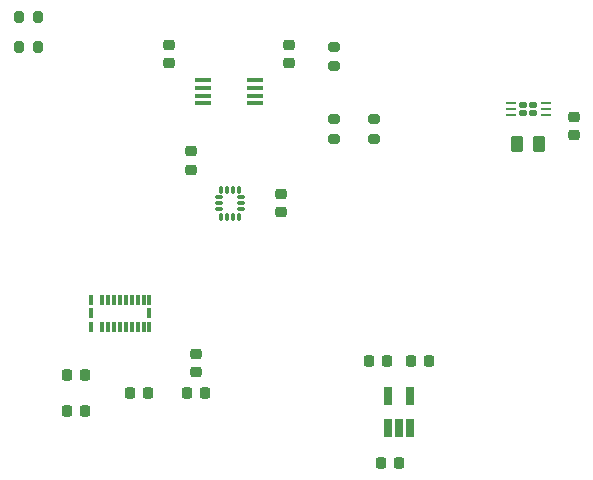
<source format=gbr>
%TF.GenerationSoftware,KiCad,Pcbnew,(7.0.0)*%
%TF.CreationDate,2023-09-21T22:50:16-04:00*%
%TF.ProjectId,Arduino_Shield_Sensors_Template,41726475-696e-46f5-9f53-6869656c645f,rev?*%
%TF.SameCoordinates,Original*%
%TF.FileFunction,Paste,Top*%
%TF.FilePolarity,Positive*%
%FSLAX46Y46*%
G04 Gerber Fmt 4.6, Leading zero omitted, Abs format (unit mm)*
G04 Created by KiCad (PCBNEW (7.0.0)) date 2023-09-21 22:50:16*
%MOMM*%
%LPD*%
G01*
G04 APERTURE LIST*
G04 Aperture macros list*
%AMRoundRect*
0 Rectangle with rounded corners*
0 $1 Rounding radius*
0 $2 $3 $4 $5 $6 $7 $8 $9 X,Y pos of 4 corners*
0 Add a 4 corners polygon primitive as box body*
4,1,4,$2,$3,$4,$5,$6,$7,$8,$9,$2,$3,0*
0 Add four circle primitives for the rounded corners*
1,1,$1+$1,$2,$3*
1,1,$1+$1,$4,$5*
1,1,$1+$1,$6,$7*
1,1,$1+$1,$8,$9*
0 Add four rect primitives between the rounded corners*
20,1,$1+$1,$2,$3,$4,$5,0*
20,1,$1+$1,$4,$5,$6,$7,0*
20,1,$1+$1,$6,$7,$8,$9,0*
20,1,$1+$1,$8,$9,$2,$3,0*%
G04 Aperture macros list end*
%ADD10R,1.450000X0.450000*%
%ADD11RoundRect,0.225000X0.250000X-0.225000X0.250000X0.225000X-0.250000X0.225000X-0.250000X-0.225000X0*%
%ADD12R,0.650000X1.560000*%
%ADD13RoundRect,0.200000X-0.275000X0.200000X-0.275000X-0.200000X0.275000X-0.200000X0.275000X0.200000X0*%
%ADD14RoundRect,0.225000X-0.225000X-0.250000X0.225000X-0.250000X0.225000X0.250000X-0.225000X0.250000X0*%
%ADD15RoundRect,0.200000X-0.200000X-0.275000X0.200000X-0.275000X0.200000X0.275000X-0.200000X0.275000X0*%
%ADD16RoundRect,0.250000X0.262500X0.450000X-0.262500X0.450000X-0.262500X-0.450000X0.262500X-0.450000X0*%
%ADD17RoundRect,0.225000X0.225000X0.250000X-0.225000X0.250000X-0.225000X-0.250000X0.225000X-0.250000X0*%
%ADD18R,0.300000X0.900000*%
%ADD19R,0.300000X0.850000*%
%ADD20RoundRect,0.200000X0.275000X-0.200000X0.275000X0.200000X-0.275000X0.200000X-0.275000X-0.200000X0*%
%ADD21RoundRect,0.225000X-0.250000X0.225000X-0.250000X-0.225000X0.250000X-0.225000X0.250000X0.225000X0*%
%ADD22RoundRect,0.087500X0.087500X-0.225000X0.087500X0.225000X-0.087500X0.225000X-0.087500X-0.225000X0*%
%ADD23RoundRect,0.087500X0.225000X-0.087500X0.225000X0.087500X-0.225000X0.087500X-0.225000X-0.087500X0*%
%ADD24RoundRect,0.087500X-0.225000X0.087500X-0.225000X-0.087500X0.225000X-0.087500X0.225000X0.087500X0*%
%ADD25RoundRect,0.062500X0.350000X0.062500X-0.350000X0.062500X-0.350000X-0.062500X0.350000X-0.062500X0*%
%ADD26RoundRect,0.135000X0.200000X0.135000X-0.200000X0.135000X-0.200000X-0.135000X0.200000X-0.135000X0*%
G04 APERTURE END LIST*
D10*
%TO.C,U4*%
X128279999Y-59019999D03*
X128279999Y-59669999D03*
X128279999Y-60319999D03*
X128279999Y-60969999D03*
X132679999Y-60969999D03*
X132679999Y-60319999D03*
X132679999Y-59669999D03*
X132679999Y-59019999D03*
%TD*%
D11*
%TO.C,C11*%
X134925000Y-70168000D03*
X134925000Y-68618000D03*
%TD*%
%TO.C,C12*%
X135560000Y-57595000D03*
X135560000Y-56045000D03*
%TD*%
D12*
%TO.C,U2*%
X143946999Y-88456999D03*
X144896999Y-88456999D03*
X145846999Y-88456999D03*
X145846999Y-85756999D03*
X143946999Y-85756999D03*
%TD*%
D13*
%TO.C,R3*%
X139370000Y-56185000D03*
X139370000Y-57835000D03*
%TD*%
D11*
%TO.C,C4*%
X127686000Y-83757000D03*
X127686000Y-82207000D03*
%TD*%
D14*
%TO.C,C6*%
X143360000Y-91425000D03*
X144910000Y-91425000D03*
%TD*%
D15*
%TO.C,R2*%
X112700000Y-53645000D03*
X114350000Y-53645000D03*
%TD*%
D16*
%TO.C,R6*%
X156733880Y-64440000D03*
X154908880Y-64440000D03*
%TD*%
D17*
%TO.C,C3*%
X123635000Y-85522000D03*
X122085000Y-85522000D03*
%TD*%
%TO.C,C5*%
X128461000Y-85522000D03*
X126911000Y-85522000D03*
%TD*%
D18*
%TO.C,U1*%
X123759999Y-77589999D03*
X123259999Y-77589999D03*
X122759999Y-77589999D03*
X122259999Y-77589999D03*
X121759999Y-77589999D03*
X121259999Y-77589999D03*
X120759999Y-77589999D03*
X120259999Y-77589999D03*
X119759999Y-77589999D03*
X118809999Y-77589999D03*
D19*
X123759999Y-78739999D03*
X118809999Y-78739999D03*
D18*
X123759999Y-79889999D03*
X123259999Y-79889999D03*
X122759999Y-79889999D03*
X122259999Y-79889999D03*
X121759999Y-79889999D03*
X121259999Y-79889999D03*
X120759999Y-79889999D03*
X120259999Y-79889999D03*
X119759999Y-79889999D03*
X118809999Y-79889999D03*
%TD*%
D14*
%TO.C,C2*%
X116751000Y-83998000D03*
X118301000Y-83998000D03*
%TD*%
D20*
%TO.C,R5*%
X142799000Y-63995000D03*
X142799000Y-62345000D03*
%TD*%
D11*
%TO.C,C7*%
X125400000Y-57595000D03*
X125400000Y-56045000D03*
%TD*%
D21*
%TO.C,C13*%
X159690000Y-62141000D03*
X159690000Y-63691000D03*
%TD*%
D17*
%TO.C,C9*%
X147450000Y-82789000D03*
X145900000Y-82789000D03*
%TD*%
D14*
%TO.C,C1*%
X116751000Y-87046000D03*
X118301000Y-87046000D03*
%TD*%
D20*
%TO.C,R4*%
X139370000Y-63995000D03*
X139370000Y-62345000D03*
%TD*%
D14*
%TO.C,C10*%
X142344000Y-82789000D03*
X143894000Y-82789000D03*
%TD*%
D15*
%TO.C,R1*%
X112700000Y-56185000D03*
X114350000Y-56185000D03*
%TD*%
D22*
%TO.C,U3*%
X129845000Y-70602500D03*
X130345000Y-70602500D03*
X130845000Y-70602500D03*
X131345000Y-70602500D03*
D23*
X129682500Y-69940000D03*
D24*
X131507500Y-69940000D03*
D23*
X129682500Y-69440000D03*
D24*
X131507500Y-69440000D03*
X129682500Y-68940000D03*
X131507500Y-68940000D03*
D22*
X129845000Y-68277500D03*
X130345000Y-68277500D03*
X130845000Y-68277500D03*
X131345000Y-68277500D03*
%TD*%
D21*
%TO.C,C8*%
X127305000Y-65049000D03*
X127305000Y-66599000D03*
%TD*%
D25*
%TO.C,U5*%
X157310000Y-61985000D03*
X157310000Y-61485000D03*
X157310000Y-60985000D03*
D26*
X156232500Y-61825000D03*
X156232500Y-61145000D03*
X155412500Y-61825000D03*
X155412500Y-61145000D03*
D25*
X154335000Y-61985000D03*
X154335000Y-61485000D03*
X154335000Y-60985000D03*
%TD*%
M02*

</source>
